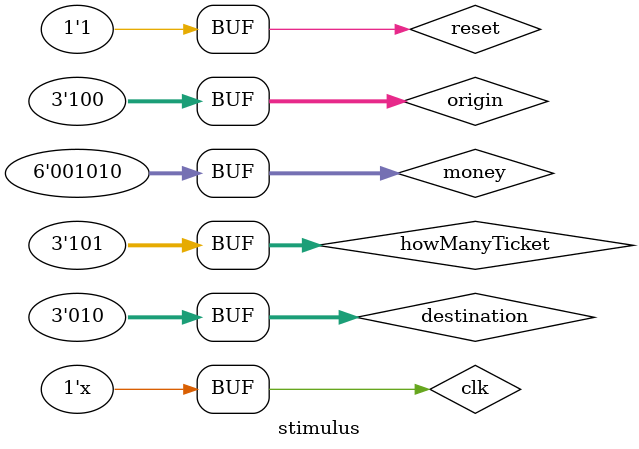
<source format=v>

module stimulus ;
reg clk, reset;
reg [2:0]howManyTicket, origin, destination;
reg [5:0]money;
wire [6:0]costOfTicket, moneyToPay, totalMoney;  
vending_machine v(clk, reset, howManyTicket, origin, destination,
 money, costOfTicket, moneyToPay, totalMoney);
initial clk = 1'b0;
always #5 clk = ~clk;

initial			
begin
  reset = 1;
  #5 reset = 0; origin = 3'd2; destination = 3'd5;
  #10 howManyTicket = 3'd3;
  #10 money = 10 ;			
  #5 money = 5 ;
  #5 money = 10 ;			
  #10 reset = 1; 
  #10 origin = 4;
  #10destination = 2;
  #10 howManyTicket = 5;
  #10 money = 10 ;			
  #10 money = 50 ;			
  #10 money = 10 ;					
end
endmodule

</source>
